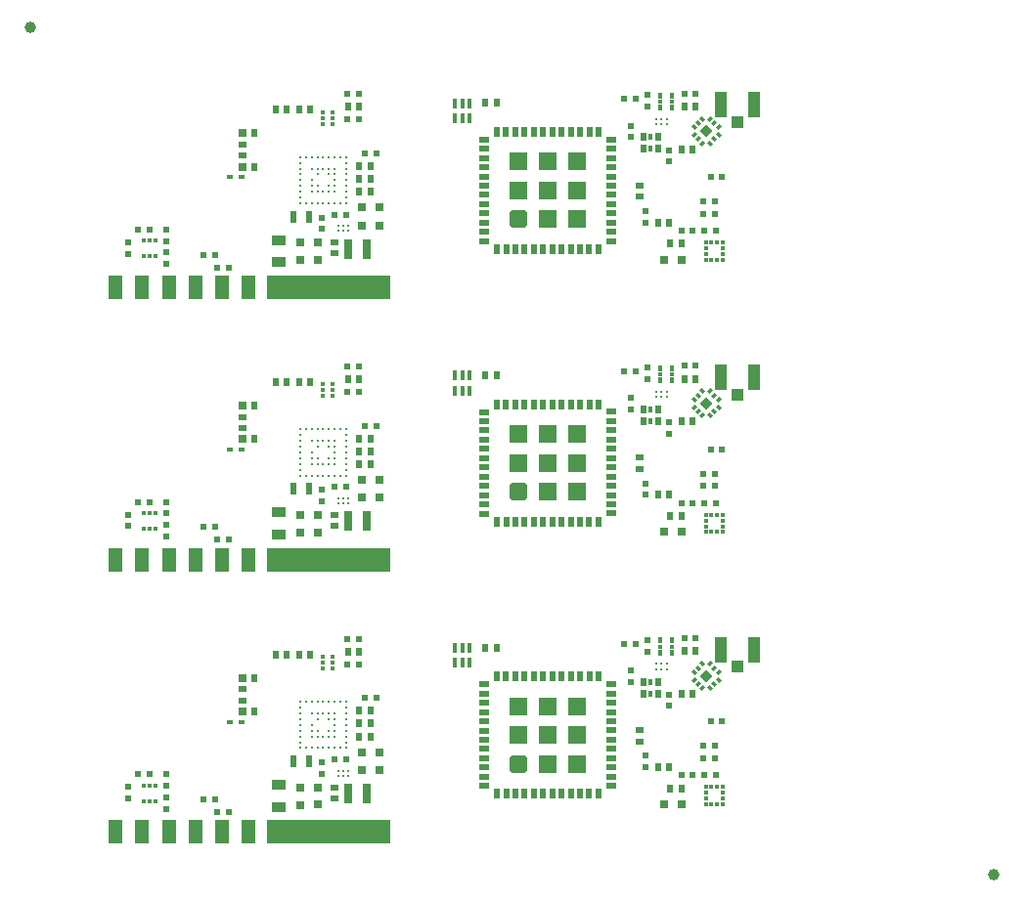
<source format=gbp>
G04*
G04 #@! TF.GenerationSoftware,Altium Limited,Altium Designer,19.1.7 (138)*
G04*
G04 Layer_Color=128*
%FSAX25Y25*%
%MOIN*%
G70*
G01*
G75*
%ADD10C,0.03937*%
%ADD11R,0.02520X0.02362*%
%ADD14R,0.03150X0.03150*%
%ADD15R,0.02362X0.01968*%
%ADD19R,0.01968X0.02362*%
%ADD22R,0.02362X0.02520*%
%ADD23R,0.05118X0.03543*%
%ADD39R,0.02362X0.02953*%
%ADD43R,0.01968X0.02953*%
%ADD44R,0.01181X0.01968*%
%ADD45R,0.01968X0.02803*%
%ADD46R,0.01575X0.01968*%
%ADD47R,0.01575X0.01181*%
%ADD49C,0.01181*%
%ADD50R,0.01575X0.03543*%
%ADD51R,0.05906X0.05906*%
G04:AMPARAMS|DCode=52|XSize=59.06mil|YSize=59.06mil|CornerRadius=5.91mil|HoleSize=0mil|Usage=FLASHONLY|Rotation=360.000|XOffset=0mil|YOffset=0mil|HoleType=Round|Shape=RoundedRectangle|*
%AMROUNDEDRECTD52*
21,1,0.05906,0.04724,0,0,360.0*
21,1,0.04724,0.05906,0,0,360.0*
1,1,0.01181,0.02362,-0.02362*
1,1,0.01181,-0.02362,-0.02362*
1,1,0.01181,-0.02362,0.02362*
1,1,0.01181,0.02362,0.02362*
%
%ADD52ROUNDEDRECTD52*%
%ADD55R,0.01181X0.01181*%
%ADD56R,0.01181X0.01181*%
%ADD57R,0.02441X0.02244*%
%ADD58R,0.03937X0.03937*%
%ADD59R,0.03937X0.08661*%
%ADD60R,0.04134X0.08661*%
%ADD61R,0.03150X0.03150*%
%ADD66R,0.42126X0.07874*%
%ADD67R,0.04724X0.07874*%
%ADD68R,0.02362X0.04331*%
%ADD69R,0.01181X0.01772*%
%ADD70R,0.02756X0.06693*%
%ADD71R,0.02803X0.02244*%
%ADD72R,0.02244X0.02803*%
%ADD73R,0.01968X0.01575*%
%ADD74R,0.02803X0.02520*%
%ADD75R,0.02362X0.02803*%
%ADD135R,0.03780X0.01968*%
%ADD136R,0.03740X0.01929*%
%ADD137R,0.03740X0.01929*%
%ADD138R,0.01929X0.03740*%
G04:AMPARAMS|DCode=139|XSize=9.84mil|YSize=16.73mil|CornerRadius=0mil|HoleSize=0mil|Usage=FLASHONLY|Rotation=45.000|XOffset=0mil|YOffset=0mil|HoleType=Round|Shape=Rectangle|*
%AMROTATEDRECTD139*
4,1,4,0.00244,-0.00940,-0.00940,0.00244,-0.00244,0.00940,0.00940,-0.00244,0.00244,-0.00940,0.0*
%
%ADD139ROTATEDRECTD139*%

G04:AMPARAMS|DCode=140|XSize=9.84mil|YSize=16.73mil|CornerRadius=0mil|HoleSize=0mil|Usage=FLASHONLY|Rotation=315.000|XOffset=0mil|YOffset=0mil|HoleType=Round|Shape=Rectangle|*
%AMROTATEDRECTD140*
4,1,4,-0.00940,-0.00244,0.00244,0.00940,0.00940,0.00244,-0.00244,-0.00940,-0.00940,-0.00244,0.0*
%
%ADD140ROTATEDRECTD140*%

%ADD141P,0.04454X4X180.0*%
%ADD142C,0.00039*%
G36*
X0356909Y0328710D02*
X0356565Y0328366D01*
X0355925Y0328366D01*
Y0329448D01*
X0356909D01*
X0356909Y0328710D01*
D02*
G37*
G36*
Y0235797D02*
X0356565Y0235452D01*
X0355925Y0235452D01*
Y0236535D01*
X0356909D01*
X0356909Y0235797D01*
D02*
G37*
G36*
Y0142883D02*
X0356565Y0142539D01*
X0355925Y0142539D01*
Y0143622D01*
X0356909D01*
X0356909Y0142883D01*
D02*
G37*
D10*
X0454725Y0113189D02*
D03*
X0126181Y0402362D02*
D03*
D11*
X0333779Y0344527D02*
D03*
Y0348307D02*
D03*
Y0251614D02*
D03*
Y0255393D02*
D03*
Y0158700D02*
D03*
Y0162480D02*
D03*
X0229764Y0139252D02*
D03*
Y0143032D02*
D03*
Y0232165D02*
D03*
Y0235945D02*
D03*
Y0325079D02*
D03*
Y0328858D02*
D03*
D14*
X0218268Y0142953D02*
D03*
Y0137047D02*
D03*
X0224370Y0142992D02*
D03*
Y0137087D02*
D03*
X0218268Y0235866D02*
D03*
Y0229961D02*
D03*
X0224370Y0235906D02*
D03*
Y0230000D02*
D03*
X0218268Y0328780D02*
D03*
Y0322874D02*
D03*
X0224370Y0328819D02*
D03*
Y0322914D02*
D03*
D15*
X0335748Y0339606D02*
D03*
Y0335669D02*
D03*
X0330984Y0368700D02*
D03*
Y0364763D02*
D03*
X0336653Y0375157D02*
D03*
Y0379094D02*
D03*
X0335748Y0246692D02*
D03*
Y0242755D02*
D03*
X0330984Y0275787D02*
D03*
Y0271850D02*
D03*
X0336653Y0282244D02*
D03*
Y0286181D02*
D03*
X0335748Y0153779D02*
D03*
Y0149842D02*
D03*
X0330984Y0182873D02*
D03*
Y0178936D02*
D03*
X0336653Y0189330D02*
D03*
Y0193267D02*
D03*
X0172638Y0143504D02*
D03*
Y0147441D02*
D03*
Y0135630D02*
D03*
Y0139567D02*
D03*
X0159646Y0139173D02*
D03*
Y0143110D02*
D03*
X0225494Y0151513D02*
D03*
Y0147575D02*
D03*
X0172638Y0236417D02*
D03*
Y0240354D02*
D03*
Y0228543D02*
D03*
Y0232480D02*
D03*
X0159646Y0232087D02*
D03*
Y0236024D02*
D03*
X0225494Y0244426D02*
D03*
Y0240489D02*
D03*
X0172638Y0329331D02*
D03*
Y0333268D02*
D03*
Y0321457D02*
D03*
Y0325394D02*
D03*
X0159646Y0325000D02*
D03*
Y0328937D02*
D03*
X0225494Y0337339D02*
D03*
Y0333402D02*
D03*
D19*
X0358110Y0351299D02*
D03*
X0362047D02*
D03*
X0359646Y0342952D02*
D03*
X0355709D02*
D03*
X0359646Y0338661D02*
D03*
X0355709D02*
D03*
X0349094Y0379684D02*
D03*
X0353031D02*
D03*
X0332401Y0377834D02*
D03*
X0328465D02*
D03*
X0359921Y0332913D02*
D03*
X0355984D02*
D03*
X0352008D02*
D03*
X0348071D02*
D03*
X0358110Y0258385D02*
D03*
X0362047D02*
D03*
X0359646Y0250039D02*
D03*
X0355709D02*
D03*
X0359646Y0245747D02*
D03*
X0355709D02*
D03*
X0349094Y0286771D02*
D03*
X0353031D02*
D03*
X0332401Y0284921D02*
D03*
X0328465D02*
D03*
X0359921Y0240000D02*
D03*
X0355984D02*
D03*
X0352008D02*
D03*
X0348071D02*
D03*
X0358110Y0165472D02*
D03*
X0362047D02*
D03*
X0359646Y0157125D02*
D03*
X0355709D02*
D03*
X0359646Y0152834D02*
D03*
X0355709D02*
D03*
X0349094Y0193858D02*
D03*
X0353031D02*
D03*
X0332401Y0192007D02*
D03*
X0328465D02*
D03*
X0359921Y0147086D02*
D03*
X0355984D02*
D03*
X0352008D02*
D03*
X0348071D02*
D03*
X0230000Y0152559D02*
D03*
X0233937D02*
D03*
X0238172Y0184919D02*
D03*
X0234235D02*
D03*
X0234245Y0193669D02*
D03*
X0238182D02*
D03*
X0166732Y0147441D02*
D03*
X0162795D02*
D03*
X0244291Y0173425D02*
D03*
X0240354D02*
D03*
X0189803Y0134488D02*
D03*
X0193740D02*
D03*
X0185354Y0138858D02*
D03*
X0189291D02*
D03*
X0230000Y0245473D02*
D03*
X0233937D02*
D03*
X0238172Y0277832D02*
D03*
X0234235D02*
D03*
X0234245Y0286582D02*
D03*
X0238182D02*
D03*
X0166732Y0240354D02*
D03*
X0162795D02*
D03*
X0244291Y0266339D02*
D03*
X0240354D02*
D03*
X0189803Y0227402D02*
D03*
X0193740D02*
D03*
X0185354Y0231772D02*
D03*
X0189291D02*
D03*
X0230000Y0338386D02*
D03*
X0233937D02*
D03*
X0238172Y0370746D02*
D03*
X0234235D02*
D03*
X0234245Y0379496D02*
D03*
X0238182D02*
D03*
X0166732Y0333268D02*
D03*
X0162795D02*
D03*
X0244291Y0359252D02*
D03*
X0240354D02*
D03*
X0189803Y0320315D02*
D03*
X0193740D02*
D03*
X0185354Y0324685D02*
D03*
X0189291D02*
D03*
D22*
X0340079Y0335669D02*
D03*
X0343858D02*
D03*
X0348110Y0328503D02*
D03*
X0344331D02*
D03*
X0352953Y0375275D02*
D03*
X0349173D02*
D03*
X0285157Y0376535D02*
D03*
X0281378D02*
D03*
X0340079Y0242755D02*
D03*
X0343858D02*
D03*
X0348110Y0235590D02*
D03*
X0344331D02*
D03*
X0352953Y0282362D02*
D03*
X0349173D02*
D03*
X0285157Y0283622D02*
D03*
X0281378D02*
D03*
X0340079Y0149842D02*
D03*
X0343858D02*
D03*
X0348110Y0142677D02*
D03*
X0344331D02*
D03*
X0352953Y0189448D02*
D03*
X0349173D02*
D03*
X0285157Y0190708D02*
D03*
X0281378D02*
D03*
X0242165Y0164764D02*
D03*
X0238386D02*
D03*
X0242165Y0169095D02*
D03*
X0238386D02*
D03*
X0242165Y0160354D02*
D03*
X0238386D02*
D03*
X0202418Y0168858D02*
D03*
Y0180276D02*
D03*
X0238233Y0189339D02*
D03*
X0234454D02*
D03*
X0242165Y0257677D02*
D03*
X0238386D02*
D03*
X0242165Y0262008D02*
D03*
X0238386D02*
D03*
X0242165Y0253268D02*
D03*
X0238386D02*
D03*
X0202418Y0261772D02*
D03*
Y0273189D02*
D03*
X0238233Y0282252D02*
D03*
X0234454D02*
D03*
X0242165Y0350591D02*
D03*
X0238386D02*
D03*
X0242165Y0354921D02*
D03*
X0238386D02*
D03*
X0242165Y0346181D02*
D03*
X0238386D02*
D03*
X0202418Y0354685D02*
D03*
Y0366103D02*
D03*
X0238233Y0375166D02*
D03*
X0234454D02*
D03*
D23*
X0210787Y0136339D02*
D03*
Y0143819D02*
D03*
Y0229252D02*
D03*
Y0236732D02*
D03*
Y0322165D02*
D03*
Y0329646D02*
D03*
D39*
X0348149Y0360669D02*
D03*
X0351929D02*
D03*
X0348149Y0267755D02*
D03*
X0351929D02*
D03*
X0348149Y0174842D02*
D03*
X0351929D02*
D03*
D43*
X0335079Y0360807D02*
D03*
Y0267893D02*
D03*
Y0174980D02*
D03*
D44*
X0337638Y0360807D02*
D03*
Y0364744D02*
D03*
Y0267893D02*
D03*
Y0271830D02*
D03*
Y0174980D02*
D03*
Y0178917D02*
D03*
D45*
X0340197Y0360807D02*
D03*
X0335079Y0364744D02*
D03*
X0340197D02*
D03*
Y0267893D02*
D03*
X0335079Y0271830D02*
D03*
X0340197D02*
D03*
Y0174980D02*
D03*
X0335079Y0178917D02*
D03*
X0340197D02*
D03*
D46*
X0340984Y0378937D02*
D03*
Y0374763D02*
D03*
X0344921Y0378937D02*
D03*
Y0374763D02*
D03*
X0340984Y0286023D02*
D03*
Y0281850D02*
D03*
X0344921Y0286023D02*
D03*
Y0281850D02*
D03*
X0340984Y0193110D02*
D03*
Y0188936D02*
D03*
X0344921Y0193110D02*
D03*
Y0188936D02*
D03*
D47*
X0340984Y0376850D02*
D03*
X0344921D02*
D03*
X0340984Y0283937D02*
D03*
X0344921D02*
D03*
X0340984Y0191023D02*
D03*
X0344921D02*
D03*
X0229158Y0183550D02*
D03*
Y0185519D02*
D03*
Y0187487D02*
D03*
X0226008D02*
D03*
Y0185519D02*
D03*
Y0183550D02*
D03*
X0229158Y0276464D02*
D03*
Y0278432D02*
D03*
Y0280401D02*
D03*
X0226008D02*
D03*
Y0278432D02*
D03*
Y0276464D02*
D03*
X0229158Y0369377D02*
D03*
Y0371346D02*
D03*
Y0373314D02*
D03*
X0226008D02*
D03*
Y0371346D02*
D03*
Y0369377D02*
D03*
D49*
X0343149Y0369114D02*
D03*
Y0370885D02*
D03*
X0341378Y0369114D02*
D03*
Y0370885D02*
D03*
X0339606Y0369114D02*
D03*
Y0370885D02*
D03*
X0343149Y0276200D02*
D03*
Y0277972D02*
D03*
X0341378Y0276200D02*
D03*
Y0277972D02*
D03*
X0339606Y0276200D02*
D03*
Y0277972D02*
D03*
X0343149Y0183287D02*
D03*
Y0185058D02*
D03*
X0341378Y0183287D02*
D03*
Y0185058D02*
D03*
X0339606Y0183287D02*
D03*
Y0185058D02*
D03*
X0231102Y0148721D02*
D03*
X0232874D02*
D03*
X0234646D02*
D03*
X0231102Y0146949D02*
D03*
X0232874D02*
D03*
X0234646D02*
D03*
X0233937Y0156417D02*
D03*
Y0158386D02*
D03*
Y0160354D02*
D03*
Y0162323D02*
D03*
Y0164291D02*
D03*
Y0166260D02*
D03*
Y0168228D02*
D03*
Y0170197D02*
D03*
Y0172165D02*
D03*
X0218189Y0156417D02*
D03*
X0220158D02*
D03*
X0222126D02*
D03*
X0224095D02*
D03*
X0226063D02*
D03*
X0228031D02*
D03*
X0230000D02*
D03*
X0231968D02*
D03*
X0218189Y0158386D02*
D03*
Y0160354D02*
D03*
X0222126D02*
D03*
X0224095D02*
D03*
X0226063D02*
D03*
X0228031D02*
D03*
X0230000D02*
D03*
X0218189Y0162323D02*
D03*
X0222126D02*
D03*
X0224095D02*
D03*
X0228031D02*
D03*
X0230000D02*
D03*
X0218189Y0164291D02*
D03*
X0222126D02*
D03*
X0230000D02*
D03*
X0218189Y0166260D02*
D03*
X0224095D02*
D03*
X0228031D02*
D03*
X0230000D02*
D03*
X0218189Y0168228D02*
D03*
X0222126D02*
D03*
X0224095D02*
D03*
X0226063D02*
D03*
X0228031D02*
D03*
X0230000D02*
D03*
X0218189Y0170197D02*
D03*
Y0172165D02*
D03*
X0220158D02*
D03*
X0222126D02*
D03*
X0224095D02*
D03*
X0226063D02*
D03*
X0228031D02*
D03*
X0230000D02*
D03*
X0231968D02*
D03*
X0231102Y0241634D02*
D03*
X0232874D02*
D03*
X0234646D02*
D03*
X0231102Y0239862D02*
D03*
X0232874D02*
D03*
X0234646D02*
D03*
X0233937Y0249331D02*
D03*
Y0251299D02*
D03*
Y0253268D02*
D03*
Y0255236D02*
D03*
Y0257205D02*
D03*
Y0259173D02*
D03*
Y0261142D02*
D03*
Y0263110D02*
D03*
Y0265079D02*
D03*
X0218189Y0249331D02*
D03*
X0220158D02*
D03*
X0222126D02*
D03*
X0224095D02*
D03*
X0226063D02*
D03*
X0228031D02*
D03*
X0230000D02*
D03*
X0231968D02*
D03*
X0218189Y0251299D02*
D03*
Y0253268D02*
D03*
X0222126D02*
D03*
X0224095D02*
D03*
X0226063D02*
D03*
X0228031D02*
D03*
X0230000D02*
D03*
X0218189Y0255236D02*
D03*
X0222126D02*
D03*
X0224095D02*
D03*
X0228031D02*
D03*
X0230000D02*
D03*
X0218189Y0257205D02*
D03*
X0222126D02*
D03*
X0230000D02*
D03*
X0218189Y0259173D02*
D03*
X0224095D02*
D03*
X0228031D02*
D03*
X0230000D02*
D03*
X0218189Y0261142D02*
D03*
X0222126D02*
D03*
X0224095D02*
D03*
X0226063D02*
D03*
X0228031D02*
D03*
X0230000D02*
D03*
X0218189Y0263110D02*
D03*
Y0265079D02*
D03*
X0220158D02*
D03*
X0222126D02*
D03*
X0224095D02*
D03*
X0226063D02*
D03*
X0228031D02*
D03*
X0230000D02*
D03*
X0231968D02*
D03*
X0231102Y0334547D02*
D03*
X0232874D02*
D03*
X0234646D02*
D03*
X0231102Y0332776D02*
D03*
X0232874D02*
D03*
X0234646D02*
D03*
X0233937Y0342244D02*
D03*
Y0344213D02*
D03*
Y0346181D02*
D03*
Y0348150D02*
D03*
Y0350118D02*
D03*
Y0352087D02*
D03*
Y0354055D02*
D03*
Y0356024D02*
D03*
Y0357992D02*
D03*
X0218189Y0342244D02*
D03*
X0220158D02*
D03*
X0222126D02*
D03*
X0224095D02*
D03*
X0226063D02*
D03*
X0228031D02*
D03*
X0230000D02*
D03*
X0231968D02*
D03*
X0218189Y0344213D02*
D03*
Y0346181D02*
D03*
X0222126D02*
D03*
X0224095D02*
D03*
X0226063D02*
D03*
X0228031D02*
D03*
X0230000D02*
D03*
X0218189Y0348150D02*
D03*
X0222126D02*
D03*
X0224095D02*
D03*
X0228031D02*
D03*
X0230000D02*
D03*
X0218189Y0350118D02*
D03*
X0222126D02*
D03*
X0230000D02*
D03*
X0218189Y0352087D02*
D03*
X0224095D02*
D03*
X0228031D02*
D03*
X0230000D02*
D03*
X0218189Y0354055D02*
D03*
X0222126D02*
D03*
X0224095D02*
D03*
X0226063D02*
D03*
X0228031D02*
D03*
X0230000D02*
D03*
X0218189Y0356024D02*
D03*
Y0357992D02*
D03*
X0220158D02*
D03*
X0222126D02*
D03*
X0224095D02*
D03*
X0226063D02*
D03*
X0228031D02*
D03*
X0230000D02*
D03*
X0231968D02*
D03*
D50*
X0275984Y0376377D02*
D03*
X0273425D02*
D03*
X0270866D02*
D03*
Y0371259D02*
D03*
X0273425D02*
D03*
X0275984D02*
D03*
Y0283464D02*
D03*
X0273425D02*
D03*
X0270866D02*
D03*
Y0278346D02*
D03*
X0273425D02*
D03*
X0275984D02*
D03*
Y0190551D02*
D03*
X0273425D02*
D03*
X0270866D02*
D03*
Y0185433D02*
D03*
X0273425D02*
D03*
X0275984D02*
D03*
D51*
X0312409Y0356476D02*
D03*
X0302567D02*
D03*
X0292626D02*
D03*
X0312409Y0346633D02*
D03*
X0302567D02*
D03*
X0292724D02*
D03*
X0312409Y0336791D02*
D03*
X0302567Y0336791D02*
D03*
X0312409Y0263562D02*
D03*
X0302567D02*
D03*
X0292626D02*
D03*
X0312409Y0253720D02*
D03*
X0302567D02*
D03*
X0292724D02*
D03*
X0312409Y0243877D02*
D03*
X0302567Y0243877D02*
D03*
X0312409Y0170649D02*
D03*
X0302567D02*
D03*
X0292626D02*
D03*
X0312409Y0160807D02*
D03*
X0302567D02*
D03*
X0292724D02*
D03*
X0312409Y0150964D02*
D03*
X0302567Y0150964D02*
D03*
D52*
X0292724Y0336791D02*
D03*
Y0243877D02*
D03*
Y0150964D02*
D03*
D55*
X0356417Y0328897D02*
D03*
X0358386D02*
D03*
X0360354D02*
D03*
X0362323D02*
D03*
Y0322992D02*
D03*
X0360354D02*
D03*
X0358386D02*
D03*
X0356417D02*
D03*
Y0235984D02*
D03*
X0358386D02*
D03*
X0360354D02*
D03*
X0362323D02*
D03*
Y0230078D02*
D03*
X0360354D02*
D03*
X0358386D02*
D03*
X0356417D02*
D03*
Y0143070D02*
D03*
X0358386D02*
D03*
X0360354D02*
D03*
X0362323D02*
D03*
Y0137165D02*
D03*
X0360354D02*
D03*
X0358386D02*
D03*
X0356417D02*
D03*
D56*
X0362323Y0326929D02*
D03*
X0362323Y0324960D02*
D03*
X0356417D02*
D03*
Y0326929D02*
D03*
X0362323Y0234015D02*
D03*
X0362323Y0232047D02*
D03*
X0356417D02*
D03*
Y0234015D02*
D03*
X0362323Y0141102D02*
D03*
X0362323Y0139133D02*
D03*
X0356417D02*
D03*
Y0141102D02*
D03*
D57*
X0343937Y0356614D02*
D03*
Y0360314D02*
D03*
Y0263700D02*
D03*
Y0267401D02*
D03*
Y0170787D02*
D03*
Y0174488D02*
D03*
D58*
X0367126Y0369968D02*
D03*
Y0277055D02*
D03*
Y0184141D02*
D03*
D59*
X0361713Y0375873D02*
D03*
Y0282960D02*
D03*
Y0190047D02*
D03*
D60*
X0372933Y0375873D02*
D03*
Y0282960D02*
D03*
Y0190047D02*
D03*
D61*
X0342205Y0322992D02*
D03*
X0348110D02*
D03*
X0342205Y0230078D02*
D03*
X0348110D02*
D03*
X0342205Y0137165D02*
D03*
X0348110D02*
D03*
X0239252Y0155000D02*
D03*
X0245158D02*
D03*
X0239213Y0148819D02*
D03*
X0245118D02*
D03*
X0239252Y0247914D02*
D03*
X0245158D02*
D03*
X0239213Y0241732D02*
D03*
X0245118D02*
D03*
X0239252Y0340827D02*
D03*
X0245158D02*
D03*
X0239213Y0334646D02*
D03*
X0245118D02*
D03*
D66*
X0227957Y0127756D02*
D03*
Y0220669D02*
D03*
Y0313583D02*
D03*
D67*
X0155315Y0127756D02*
D03*
X0164370D02*
D03*
X0173425D02*
D03*
X0182480D02*
D03*
X0191535D02*
D03*
X0200591D02*
D03*
X0155315Y0220669D02*
D03*
X0164370D02*
D03*
X0173425D02*
D03*
X0182480D02*
D03*
X0191535D02*
D03*
X0200591D02*
D03*
X0155315Y0313583D02*
D03*
X0164370D02*
D03*
X0173425D02*
D03*
X0182480D02*
D03*
X0191535D02*
D03*
X0200591D02*
D03*
D68*
X0221378Y0151850D02*
D03*
X0215866D02*
D03*
X0221378Y0244764D02*
D03*
X0215866D02*
D03*
X0221378Y0337677D02*
D03*
X0215866D02*
D03*
D69*
X0164803Y0138366D02*
D03*
X0166772D02*
D03*
X0168740D02*
D03*
X0164803Y0143681D02*
D03*
X0166772D02*
D03*
X0168740D02*
D03*
X0164803Y0231280D02*
D03*
X0166772D02*
D03*
X0168740D02*
D03*
X0164803Y0236595D02*
D03*
X0166772D02*
D03*
X0168740D02*
D03*
X0164803Y0324193D02*
D03*
X0166772D02*
D03*
X0168740D02*
D03*
X0164803Y0329508D02*
D03*
X0166772D02*
D03*
X0168740D02*
D03*
D70*
X0234606Y0140852D02*
D03*
X0240905D02*
D03*
X0234606Y0233766D02*
D03*
X0240905D02*
D03*
X0234606Y0326679D02*
D03*
X0240905D02*
D03*
D71*
X0198641Y0176417D02*
D03*
Y0172717D02*
D03*
Y0269331D02*
D03*
Y0265630D02*
D03*
Y0362244D02*
D03*
Y0358543D02*
D03*
D72*
X0221595Y0188335D02*
D03*
X0217894D02*
D03*
X0221595Y0281248D02*
D03*
X0217894D02*
D03*
X0221595Y0374162D02*
D03*
X0217894D02*
D03*
D73*
X0198228Y0165354D02*
D03*
X0194291D02*
D03*
X0198228Y0258268D02*
D03*
X0194291D02*
D03*
X0198228Y0351181D02*
D03*
X0194291D02*
D03*
D74*
X0198638Y0168858D02*
D03*
Y0180276D02*
D03*
Y0261772D02*
D03*
Y0273189D02*
D03*
Y0354685D02*
D03*
Y0366103D02*
D03*
D75*
X0213722Y0188336D02*
D03*
X0209942D02*
D03*
X0213722Y0281250D02*
D03*
X0209942D02*
D03*
X0213722Y0374163D02*
D03*
X0209942D02*
D03*
D135*
X0280787Y0329291D02*
D03*
X0324330Y0329330D02*
D03*
Y0332480D02*
D03*
Y0335630D02*
D03*
Y0338779D02*
D03*
Y0341929D02*
D03*
Y0345078D02*
D03*
Y0348228D02*
D03*
Y0351377D02*
D03*
Y0354527D02*
D03*
Y0357677D02*
D03*
Y0360826D02*
D03*
Y0363976D02*
D03*
X0280787Y0236378D02*
D03*
X0324330Y0236417D02*
D03*
Y0239567D02*
D03*
Y0242716D02*
D03*
Y0245866D02*
D03*
Y0249015D02*
D03*
Y0252165D02*
D03*
Y0255314D02*
D03*
Y0258464D02*
D03*
Y0261613D02*
D03*
Y0264763D02*
D03*
Y0267913D02*
D03*
Y0271062D02*
D03*
X0280787Y0143464D02*
D03*
X0324330Y0143504D02*
D03*
Y0146653D02*
D03*
Y0149803D02*
D03*
Y0152952D02*
D03*
Y0156102D02*
D03*
Y0159252D02*
D03*
Y0162401D02*
D03*
Y0165550D02*
D03*
Y0168700D02*
D03*
Y0171850D02*
D03*
Y0174999D02*
D03*
Y0178149D02*
D03*
D136*
X0280768Y0332421D02*
D03*
Y0335610D02*
D03*
Y0341909D02*
D03*
Y0345059D02*
D03*
Y0348208D02*
D03*
Y0351358D02*
D03*
Y0354507D02*
D03*
Y0357657D02*
D03*
Y0360806D02*
D03*
Y0363956D02*
D03*
Y0239508D02*
D03*
Y0242696D02*
D03*
Y0248996D02*
D03*
Y0252145D02*
D03*
Y0255294D02*
D03*
Y0258444D02*
D03*
Y0261594D02*
D03*
Y0264743D02*
D03*
Y0267893D02*
D03*
Y0271043D02*
D03*
Y0146594D02*
D03*
Y0149783D02*
D03*
Y0156082D02*
D03*
Y0159232D02*
D03*
Y0162381D02*
D03*
Y0165531D02*
D03*
Y0168680D02*
D03*
Y0171830D02*
D03*
Y0174980D02*
D03*
Y0178129D02*
D03*
D137*
Y0338760D02*
D03*
Y0245846D02*
D03*
Y0152933D02*
D03*
D138*
X0285216Y0366633D02*
D03*
X0288366D02*
D03*
X0291555D02*
D03*
X0294705D02*
D03*
X0297815D02*
D03*
X0300965D02*
D03*
X0304114D02*
D03*
X0307264D02*
D03*
X0310413D02*
D03*
X0313562D02*
D03*
X0316752D02*
D03*
X0320059D02*
D03*
X0285216Y0326634D02*
D03*
X0288405Y0326594D02*
D03*
X0291555D02*
D03*
X0294705D02*
D03*
X0297854D02*
D03*
X0300965D02*
D03*
X0304114D02*
D03*
X0307264D02*
D03*
X0310413D02*
D03*
X0313563D02*
D03*
X0316712D02*
D03*
X0319901D02*
D03*
X0285216Y0273720D02*
D03*
X0288366D02*
D03*
X0291555D02*
D03*
X0294705D02*
D03*
X0297815D02*
D03*
X0300965D02*
D03*
X0304114D02*
D03*
X0307264D02*
D03*
X0310413D02*
D03*
X0313562D02*
D03*
X0316752D02*
D03*
X0320059D02*
D03*
X0285216Y0233720D02*
D03*
X0288405Y0233681D02*
D03*
X0291555D02*
D03*
X0294705D02*
D03*
X0297854D02*
D03*
X0300965D02*
D03*
X0304114D02*
D03*
X0307264D02*
D03*
X0310413D02*
D03*
X0313563D02*
D03*
X0316712D02*
D03*
X0319901D02*
D03*
X0285216Y0180806D02*
D03*
X0288366D02*
D03*
X0291555D02*
D03*
X0294705D02*
D03*
X0297815D02*
D03*
X0300965D02*
D03*
X0304114D02*
D03*
X0307264D02*
D03*
X0310413D02*
D03*
X0313562D02*
D03*
X0316752D02*
D03*
X0320059D02*
D03*
X0285216Y0140807D02*
D03*
X0288405Y0140767D02*
D03*
X0291555D02*
D03*
X0294705D02*
D03*
X0297854D02*
D03*
X0300965D02*
D03*
X0304114D02*
D03*
X0307264D02*
D03*
X0310413D02*
D03*
X0313563D02*
D03*
X0316712D02*
D03*
X0319901D02*
D03*
D139*
X0352447Y0368194D02*
D03*
X0353936Y0369489D02*
D03*
X0355230Y0370978D02*
D03*
X0360782Y0365427D02*
D03*
X0359292Y0364132D02*
D03*
X0357998Y0362643D02*
D03*
X0352447Y0275281D02*
D03*
X0353936Y0276575D02*
D03*
X0355230Y0278065D02*
D03*
X0360782Y0272514D02*
D03*
X0359292Y0271219D02*
D03*
X0357998Y0269730D02*
D03*
X0352447Y0182367D02*
D03*
X0353936Y0183662D02*
D03*
X0355230Y0185151D02*
D03*
X0360782Y0179600D02*
D03*
X0359292Y0178306D02*
D03*
X0357998Y0176816D02*
D03*
D140*
X0357999Y0370979D02*
D03*
X0359294Y0369490D02*
D03*
X0360783Y0368196D02*
D03*
X0355230Y0362643D02*
D03*
X0353936Y0364132D02*
D03*
X0352447Y0365427D02*
D03*
X0357999Y0278066D02*
D03*
X0359294Y0276577D02*
D03*
X0360783Y0275282D02*
D03*
X0355230Y0269730D02*
D03*
X0353936Y0271219D02*
D03*
X0352447Y0272514D02*
D03*
X0357999Y0185153D02*
D03*
X0359294Y0183663D02*
D03*
X0360783Y0182369D02*
D03*
X0355230Y0176816D02*
D03*
X0353936Y0178306D02*
D03*
X0352447Y0179600D02*
D03*
D141*
X0356614Y0366810D02*
D03*
Y0273897D02*
D03*
Y0180984D02*
D03*
D142*
X0427086Y0340551D02*
D03*
X0432087D02*
D03*
X0427086Y0345551D02*
D03*
X0432087D02*
D03*
X0427086Y0350866D02*
D03*
X0432087Y0350551D02*
D03*
X0427086Y0247637D02*
D03*
X0432087D02*
D03*
X0427086Y0252637D02*
D03*
X0432087D02*
D03*
X0427086Y0257952D02*
D03*
X0432087Y0257637D02*
D03*
X0427086Y0154724D02*
D03*
X0432087D02*
D03*
X0427086Y0159724D02*
D03*
X0432087D02*
D03*
X0427086Y0165039D02*
D03*
X0432087Y0164724D02*
D03*
M02*

</source>
